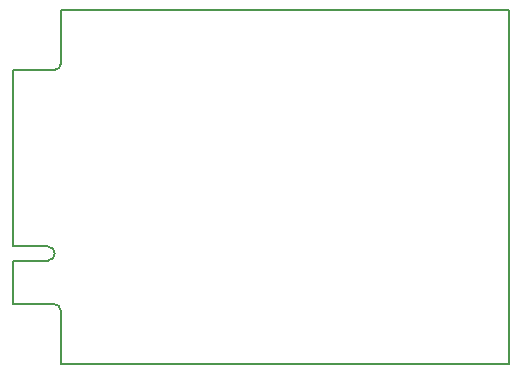
<source format=gm1>
G04 #@! TF.FileFunction,Profile,NP*
%FSLAX46Y46*%
G04 Gerber Fmt 4.6, Leading zero omitted, Abs format (unit mm)*
G04 Created by KiCad (PCBNEW 4.0.7) date Fri Mar 16 12:06:36 2018*
%MOMM*%
%LPD*%
G01*
G04 APERTURE LIST*
%ADD10C,0.100000*%
%ADD11C,0.150000*%
G04 APERTURE END LIST*
D10*
D11*
X122850000Y-110000000D02*
X160850000Y-110000000D01*
X160850000Y-80000000D02*
X122850000Y-80000000D01*
X122350000Y-85075000D02*
G75*
G03X122850000Y-84575000I0J500000D01*
G01*
X122850000Y-105425000D02*
G75*
G03X122350000Y-104925000I-500000J0D01*
G01*
X122850000Y-84575000D02*
X122850000Y-80000000D01*
X122850000Y-105425000D02*
X122850000Y-110000000D01*
X121750000Y-101225000D02*
G75*
G03X121750000Y-100025000I0J600000D01*
G01*
X122350000Y-104925000D02*
X118850000Y-104925000D01*
X160850000Y-80000000D02*
X160850000Y-110000000D01*
X118850000Y-85075000D02*
X122350000Y-85075000D01*
X118850000Y-101225000D02*
X118850000Y-104925000D01*
X121750000Y-101225000D02*
X118850000Y-101225000D01*
X118850000Y-100025000D02*
X121750000Y-100025000D01*
X118850000Y-85075000D02*
X118850000Y-100025000D01*
M02*

</source>
